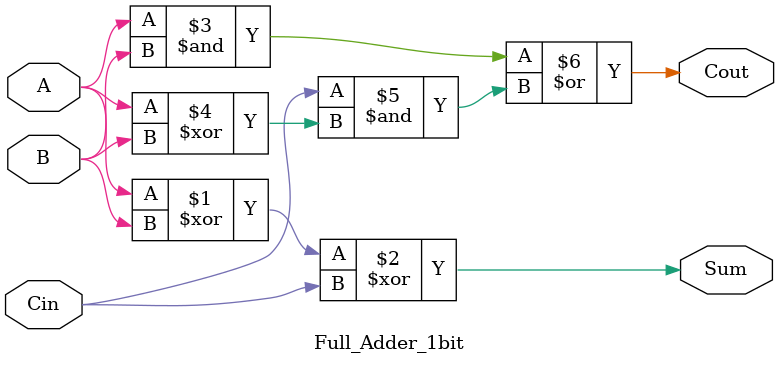
<source format=v>
`timescale 1ns / 1ps

module Full_Adder_1bit(
    input A, B, Cin,
    output Sum, Cout
    );
    
    assign Sum = A ^ B ^ Cin;
    
    assign Cout = (A & B) | (Cin & (A ^ B));
    
endmodule

</source>
